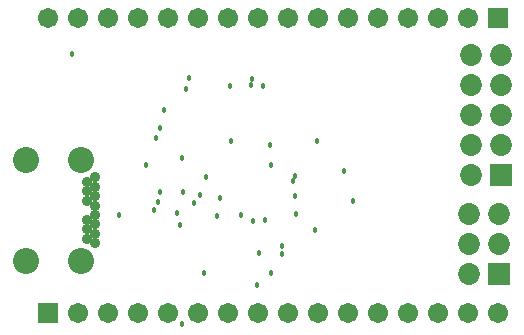
<source format=gbs>
G04*
G04 #@! TF.GenerationSoftware,Altium Limited,Altium Designer,24.2.2 (26)*
G04*
G04 Layer_Color=16711935*
%FSLAX44Y44*%
%MOMM*%
G71*
G04*
G04 #@! TF.SameCoordinates,B7ABE9E6-FD17-4C81-B930-EBB6A9B4DABB*
G04*
G04*
G04 #@! TF.FilePolarity,Negative*
G04*
G01*
G75*
%ADD64R,1.7032X1.7032*%
%ADD65C,1.7032*%
%ADD66C,1.8532*%
%ADD67R,1.8532X1.8532*%
%ADD68C,0.9032*%
%ADD69C,2.2132*%
%ADD70C,0.4572*%
D64*
X727710Y1217930D02*
D03*
X346710Y967740D02*
D03*
D65*
X702310Y1217930D02*
D03*
X676910D02*
D03*
X651510D02*
D03*
X626110D02*
D03*
X600710D02*
D03*
X575310D02*
D03*
X549910D02*
D03*
X524510D02*
D03*
X499110D02*
D03*
X473710D02*
D03*
X448310D02*
D03*
X422910D02*
D03*
X397510D02*
D03*
X372110D02*
D03*
X346710D02*
D03*
X727710Y967740D02*
D03*
X702310D02*
D03*
X676910D02*
D03*
X651510D02*
D03*
X626110D02*
D03*
X600710D02*
D03*
X575310D02*
D03*
X549910D02*
D03*
X524510D02*
D03*
X499110D02*
D03*
X473710D02*
D03*
X448310D02*
D03*
X422910D02*
D03*
X397510D02*
D03*
X372110D02*
D03*
D66*
X704850Y1186180D02*
D03*
X730250D02*
D03*
X704850Y1160780D02*
D03*
X730250D02*
D03*
X704850Y1135380D02*
D03*
X730250D02*
D03*
X704850Y1109980D02*
D03*
X730250D02*
D03*
X704850Y1084580D02*
D03*
X703580Y1051560D02*
D03*
X728980D02*
D03*
X703580Y1026160D02*
D03*
X728980D02*
D03*
X703580Y1000760D02*
D03*
D67*
X730250Y1084580D02*
D03*
X728980Y1000760D02*
D03*
D68*
X386730Y1026860D02*
D03*
X379730Y1030860D02*
D03*
Y1038860D02*
D03*
X386730Y1042860D02*
D03*
X379730Y1046860D02*
D03*
X386730Y1050860D02*
D03*
Y1058860D02*
D03*
X379730Y1062860D02*
D03*
X386730Y1066860D02*
D03*
X379730Y1070860D02*
D03*
Y1078860D02*
D03*
X386730Y1082860D02*
D03*
Y1074860D02*
D03*
Y1034860D02*
D03*
D69*
X375230Y1097560D02*
D03*
Y1012160D02*
D03*
X327930Y1097560D02*
D03*
Y1012160D02*
D03*
D70*
X440133Y1062035D02*
D03*
X528574Y1160526D02*
D03*
X501142D02*
D03*
X466598Y1167130D02*
D03*
X519176Y1160780D02*
D03*
X441452Y1070610D02*
D03*
X436372Y1054862D02*
D03*
X459994Y1099566D02*
D03*
X574548Y1113917D02*
D03*
X501904Y1113536D02*
D03*
X519430Y1165860D02*
D03*
X430022Y1093216D02*
D03*
X535686Y1002030D02*
D03*
X544945Y1017691D02*
D03*
X544830Y1024890D02*
D03*
X555659Y1066639D02*
D03*
X554282Y1079500D02*
D03*
X478790Y1001776D02*
D03*
X597154Y1088136D02*
D03*
X530500Y1046882D02*
D03*
X525500Y1018540D02*
D03*
X480500Y1083124D02*
D03*
X490220Y1050290D02*
D03*
X492760Y1065246D02*
D03*
X441452Y1124458D02*
D03*
X407162Y1050860D02*
D03*
X555752Y1083818D02*
D03*
X572770Y1038606D02*
D03*
X438510Y1115970D02*
D03*
X367030Y1187450D02*
D03*
X464058Y1157224D02*
D03*
X535500Y1092962D02*
D03*
X475500Y1067538D02*
D03*
X470916Y1061212D02*
D03*
X605536Y1062990D02*
D03*
X458724Y1042670D02*
D03*
X461645Y1070102D02*
D03*
X444754Y1139698D02*
D03*
X524140Y991362D02*
D03*
X557276Y1051560D02*
D03*
X520192Y1045718D02*
D03*
X456438Y1052322D02*
D03*
X510500Y1050544D02*
D03*
X459994Y958342D02*
D03*
X534670Y1110488D02*
D03*
M02*

</source>
